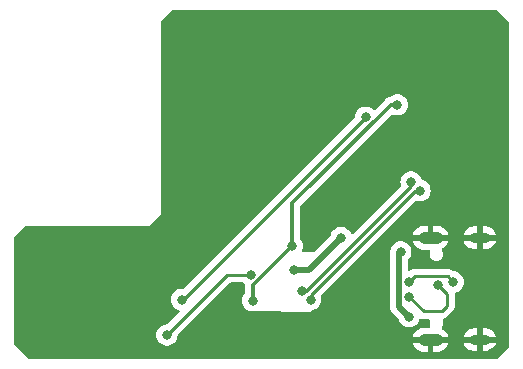
<source format=gbr>
%TF.GenerationSoftware,KiCad,Pcbnew,7.0.7*%
%TF.CreationDate,2024-04-13T16:38:44+09:00*%
%TF.ProjectId,Wi-SUN_Board,57692d53-554e-45f4-926f-6172642e6b69,0.1.2*%
%TF.SameCoordinates,Original*%
%TF.FileFunction,Copper,L2,Bot*%
%TF.FilePolarity,Positive*%
%FSLAX46Y46*%
G04 Gerber Fmt 4.6, Leading zero omitted, Abs format (unit mm)*
G04 Created by KiCad (PCBNEW 7.0.7) date 2024-04-13 16:38:44*
%MOMM*%
%LPD*%
G01*
G04 APERTURE LIST*
%TA.AperFunction,ComponentPad*%
%ADD10O,2.100000X1.050000*%
%TD*%
%TA.AperFunction,ComponentPad*%
%ADD11O,1.800000X0.900000*%
%TD*%
%TA.AperFunction,ViaPad*%
%ADD12C,0.800000*%
%TD*%
%TA.AperFunction,Conductor*%
%ADD13C,0.300000*%
%TD*%
%TA.AperFunction,Conductor*%
%ADD14C,0.250000*%
%TD*%
%TA.AperFunction,Conductor*%
%ADD15C,0.500000*%
%TD*%
G04 APERTURE END LIST*
D10*
%TO.P,J2,SH1,SHIELD*%
%TO.N,GND*%
X188320000Y-127140000D03*
%TO.P,J2,SH2,SHIELD__1*%
X188320000Y-118500000D03*
D11*
%TO.P,J2,SH3,SHIELD__2*%
X192500000Y-127140000D03*
%TO.P,J2,SH4,SHIELD__3*%
X192500000Y-118500000D03*
%TD*%
D12*
%TO.N,GND*%
X184300000Y-119900000D03*
X183000000Y-120000000D03*
X175750000Y-113500000D03*
X181750000Y-123000000D03*
X179000000Y-106500000D03*
X193500000Y-99750000D03*
X167100000Y-99800000D03*
X183500000Y-106750000D03*
X166250000Y-107050000D03*
X194500000Y-127250000D03*
X172750000Y-128250000D03*
X155900000Y-125600000D03*
X179750000Y-114250000D03*
X194500000Y-124250000D03*
X174600000Y-106400000D03*
X153800000Y-123600000D03*
X166250000Y-114850000D03*
X190100000Y-128300000D03*
X192500000Y-105250000D03*
X182200000Y-117000000D03*
X154450000Y-118100000D03*
X178000000Y-115900000D03*
X153800000Y-118900000D03*
X184250000Y-123000000D03*
X162500000Y-128250000D03*
X166250000Y-103700000D03*
X172000000Y-103000000D03*
X194500000Y-103500000D03*
X166250000Y-110600000D03*
X158400000Y-128250000D03*
X170750000Y-118500000D03*
X184250000Y-115000000D03*
X166250000Y-100700000D03*
X192500000Y-116000000D03*
X166000000Y-125000000D03*
X194500000Y-106750000D03*
X181800000Y-125700000D03*
X159900000Y-118000000D03*
X171000000Y-99750000D03*
X180100000Y-99750000D03*
X157000000Y-118000000D03*
X169250000Y-116250000D03*
X185700000Y-105400000D03*
X189400000Y-102900000D03*
X165650000Y-117400000D03*
X162200000Y-122200000D03*
X194500000Y-117250000D03*
X156100000Y-120900000D03*
X162500000Y-118000000D03*
X176000000Y-125700000D03*
X175250000Y-99750000D03*
X189500000Y-99750000D03*
X177400000Y-103100000D03*
X167400000Y-119400000D03*
X192500000Y-122750000D03*
X158200000Y-122200000D03*
X178000000Y-117500000D03*
X159500000Y-125000000D03*
X192600000Y-107900000D03*
X153800000Y-127250000D03*
X181750000Y-121500000D03*
X190750000Y-125500000D03*
X194500000Y-110100000D03*
X190500000Y-120000000D03*
X194500000Y-113500000D03*
X174250000Y-125750000D03*
X169750000Y-106500000D03*
X167200000Y-122200000D03*
X167500000Y-128250000D03*
X184500000Y-128250000D03*
X171250000Y-123000000D03*
X194500000Y-120750000D03*
X178250000Y-111000000D03*
X185000000Y-99750000D03*
X180750000Y-108500000D03*
X181750000Y-112000000D03*
X172050000Y-109600000D03*
X169500000Y-113000000D03*
X178500000Y-125000000D03*
X175750000Y-109250000D03*
X178500000Y-128250000D03*
X183200000Y-103000000D03*
X188000000Y-116000000D03*
X173250000Y-116000000D03*
X170600000Y-125700000D03*
X154750000Y-128250000D03*
X173000000Y-112250000D03*
X193500000Y-128250000D03*
X178000000Y-119250000D03*
X194500000Y-100750000D03*
%TO.N,+3.3V*%
X185500000Y-107250000D03*
X176600000Y-119200000D03*
X173250000Y-123840500D03*
%TO.N,UART_-*%
X187421232Y-114521232D03*
X178171232Y-123771232D03*
%TO.N,UART_+*%
X186678768Y-113778768D03*
X177428768Y-123028768D03*
%TO.N,+5V*%
X176750000Y-121250000D03*
X180750000Y-118500000D03*
%TO.N,USB_D+*%
X188987701Y-122487701D03*
X186494053Y-123487974D03*
%TO.N,USB_D-*%
X190250000Y-122250000D03*
X186500000Y-122250000D03*
%TO.N,Net-(U2-TNOW)*%
X173094773Y-121645273D03*
X166000000Y-126750000D03*
%TO.N,+VBUS*%
X186500000Y-125200000D03*
X185800000Y-119700000D03*
%TO.N,Net-(J1-Pad7)*%
X167250000Y-123750000D03*
X182820023Y-108320023D03*
%TD*%
D13*
%TO.N,+3.3V*%
X176600000Y-119200000D02*
X176600000Y-115600000D01*
X173250000Y-122550000D02*
X173250000Y-123840500D01*
X176600000Y-119200000D02*
X173250000Y-122550000D01*
X176600000Y-115600000D02*
X184950000Y-107250000D01*
X184950000Y-107250000D02*
X185500000Y-107250000D01*
D14*
%TO.N,UART_-*%
X178171232Y-123382322D02*
X187032322Y-114521232D01*
X178171232Y-123771232D02*
X178171232Y-123382322D01*
X187032322Y-114521232D02*
X187421232Y-114521232D01*
%TO.N,UART_+*%
X186678768Y-114167678D02*
X186678768Y-113778768D01*
X177428768Y-123028768D02*
X177817678Y-123028768D01*
X177817678Y-123028768D02*
X186678768Y-114167678D01*
D15*
%TO.N,+5V*%
X178000000Y-121250000D02*
X176750000Y-121250000D01*
X180750000Y-118500000D02*
X178000000Y-121250000D01*
D14*
%TO.N,USB_D+*%
X188987701Y-122487701D02*
X189750000Y-123250000D01*
X189750000Y-123250000D02*
X189750000Y-124250000D01*
X189250000Y-124750000D02*
X187750000Y-124750000D01*
X187750000Y-124750000D02*
X186494053Y-123494053D01*
X189750000Y-124250000D02*
X189250000Y-124750000D01*
X186494053Y-123494053D02*
X186494053Y-123487974D01*
%TO.N,USB_D-*%
X186987299Y-121762701D02*
X189762701Y-121762701D01*
X189762701Y-121762701D02*
X190250000Y-122250000D01*
X186500000Y-122250000D02*
X186987299Y-121762701D01*
X186500000Y-122250000D02*
X186525000Y-122275000D01*
%TO.N,Net-(U2-TNOW)*%
X173094773Y-121645273D02*
X171104727Y-121645273D01*
X171104727Y-121645273D02*
X166000000Y-126750000D01*
D15*
%TO.N,+VBUS*%
X186500000Y-125200000D02*
X185644053Y-124344053D01*
X185644053Y-124344053D02*
X185644053Y-119855947D01*
X185644053Y-119855947D02*
X185800000Y-119700000D01*
D14*
%TO.N,Net-(J1-Pad7)*%
X167390046Y-123750000D02*
X167250000Y-123750000D01*
X182820023Y-108320023D02*
X167390046Y-123750000D01*
%TD*%
%TA.AperFunction,Conductor*%
%TO.N,GND*%
G36*
X193965677Y-99219685D02*
G01*
X193986319Y-99236319D01*
X194963681Y-100213681D01*
X194997166Y-100275004D01*
X195000000Y-100301362D01*
X195000000Y-127698638D01*
X194980315Y-127765677D01*
X194963681Y-127786319D01*
X194036319Y-128713681D01*
X193974996Y-128747166D01*
X193948638Y-128750000D01*
X154301362Y-128750000D01*
X154234323Y-128730315D01*
X154213681Y-128713681D01*
X153086319Y-127586319D01*
X153052834Y-127524996D01*
X153050000Y-127498638D01*
X153050000Y-126750000D01*
X165094540Y-126750000D01*
X165114326Y-126938256D01*
X165114327Y-126938259D01*
X165172818Y-127118277D01*
X165172821Y-127118284D01*
X165267467Y-127282216D01*
X165373056Y-127399484D01*
X165394129Y-127422888D01*
X165547265Y-127534148D01*
X165547270Y-127534151D01*
X165720192Y-127611142D01*
X165720197Y-127611144D01*
X165905354Y-127650500D01*
X165905355Y-127650500D01*
X166094644Y-127650500D01*
X166094646Y-127650500D01*
X166279803Y-127611144D01*
X166452730Y-127534151D01*
X166605871Y-127422888D01*
X166732533Y-127282216D01*
X166827179Y-127118284D01*
X166885674Y-126938256D01*
X166903321Y-126770345D01*
X166929905Y-126705732D01*
X166938952Y-126695636D01*
X171327498Y-122307092D01*
X171388822Y-122273607D01*
X171415180Y-122270773D01*
X172391025Y-122270773D01*
X172458064Y-122290458D01*
X172483173Y-122311799D01*
X172488902Y-122318162D01*
X172548384Y-122361377D01*
X172591051Y-122416707D01*
X172599500Y-122461696D01*
X172599500Y-122489044D01*
X172597973Y-122508444D01*
X172594653Y-122529403D01*
X172599225Y-122577767D01*
X172599500Y-122583606D01*
X172599500Y-123169578D01*
X172579815Y-123236617D01*
X172567650Y-123252550D01*
X172517466Y-123308285D01*
X172422821Y-123472215D01*
X172422818Y-123472222D01*
X172364327Y-123652240D01*
X172364326Y-123652244D01*
X172344540Y-123840500D01*
X172364326Y-124028756D01*
X172364327Y-124028759D01*
X172422818Y-124208777D01*
X172422821Y-124208784D01*
X172517467Y-124372716D01*
X172581760Y-124444120D01*
X172644129Y-124513388D01*
X172797265Y-124624648D01*
X172797270Y-124624651D01*
X172970192Y-124701642D01*
X172970197Y-124701644D01*
X173155354Y-124741000D01*
X173189793Y-124741000D01*
X173219758Y-124749798D01*
X173250000Y-124749822D01*
X173250000Y-124749823D01*
X178000000Y-124753615D01*
X178255129Y-124674284D01*
X178260648Y-124672843D01*
X178265875Y-124671732D01*
X178265878Y-124671732D01*
X178451035Y-124632376D01*
X178623962Y-124555383D01*
X178777103Y-124444120D01*
X178886990Y-124322078D01*
X184888763Y-124322078D01*
X184893317Y-124374117D01*
X184893553Y-124379523D01*
X184893553Y-124387762D01*
X184897359Y-124420327D01*
X184904053Y-124496844D01*
X184905514Y-124503920D01*
X184905456Y-124503931D01*
X184907087Y-124511290D01*
X184907145Y-124511277D01*
X184908810Y-124518303D01*
X184935078Y-124590477D01*
X184959238Y-124663384D01*
X184962289Y-124669927D01*
X184962235Y-124669951D01*
X184965523Y-124676741D01*
X184965574Y-124676716D01*
X184968814Y-124683166D01*
X184968815Y-124683167D01*
X184968816Y-124683170D01*
X184985021Y-124707809D01*
X185011018Y-124747336D01*
X185051340Y-124812708D01*
X185055819Y-124818372D01*
X185055772Y-124818409D01*
X185060535Y-124824255D01*
X185060581Y-124824217D01*
X185065226Y-124829753D01*
X185121070Y-124882438D01*
X185587228Y-125348596D01*
X185617478Y-125397958D01*
X185672819Y-125568280D01*
X185672821Y-125568284D01*
X185767467Y-125732216D01*
X185870519Y-125846666D01*
X185894129Y-125872888D01*
X186047265Y-125984148D01*
X186047270Y-125984151D01*
X186220192Y-126061142D01*
X186220197Y-126061144D01*
X186405354Y-126100500D01*
X186405355Y-126100500D01*
X186594644Y-126100500D01*
X186594646Y-126100500D01*
X186779803Y-126061144D01*
X186952730Y-125984151D01*
X187105871Y-125872888D01*
X187232533Y-125732216D01*
X187327179Y-125568284D01*
X187375486Y-125419609D01*
X187414922Y-125361937D01*
X187479280Y-125334738D01*
X187524247Y-125337824D01*
X187537320Y-125341181D01*
X187555717Y-125347480D01*
X187574104Y-125355437D01*
X187615144Y-125361937D01*
X187620119Y-125362725D01*
X187625839Y-125363909D01*
X187670981Y-125375500D01*
X187691016Y-125375500D01*
X187710414Y-125377026D01*
X187730194Y-125380159D01*
X187730195Y-125380160D01*
X187730195Y-125380159D01*
X187730196Y-125380160D01*
X187776583Y-125375775D01*
X187782422Y-125375500D01*
X188150059Y-125375500D01*
X188217098Y-125395185D01*
X188262853Y-125447989D01*
X188272797Y-125517147D01*
X188264621Y-125546947D01*
X188260167Y-125557700D01*
X188259312Y-125559766D01*
X188239534Y-125709999D01*
X188239534Y-125710000D01*
X188259312Y-125860234D01*
X188259313Y-125860236D01*
X188271167Y-125888855D01*
X188293822Y-125943547D01*
X188301291Y-126013016D01*
X188270016Y-126075496D01*
X188209927Y-126111148D01*
X188179261Y-126115000D01*
X187744642Y-126115000D01*
X187594067Y-126129829D01*
X187400845Y-126188443D01*
X187222790Y-126283615D01*
X187222784Y-126283620D01*
X187066707Y-126411707D01*
X186938620Y-126567784D01*
X186938615Y-126567790D01*
X186843442Y-126745846D01*
X186799715Y-126890000D01*
X187365021Y-126890000D01*
X187432060Y-126909685D01*
X187477815Y-126962489D01*
X187487759Y-127031647D01*
X187484287Y-127047934D01*
X187466105Y-127111837D01*
X187466104Y-127111837D01*
X187476453Y-127223517D01*
X187478885Y-127232063D01*
X187478299Y-127301930D01*
X187440034Y-127360390D01*
X187376237Y-127388881D01*
X187359619Y-127390000D01*
X186799715Y-127390000D01*
X186843442Y-127534153D01*
X186938615Y-127712209D01*
X186938620Y-127712215D01*
X187066707Y-127868292D01*
X187222784Y-127996379D01*
X187222790Y-127996384D01*
X187400845Y-128091556D01*
X187594067Y-128150170D01*
X187744642Y-128165000D01*
X188070000Y-128165000D01*
X188070000Y-127564000D01*
X188089685Y-127496961D01*
X188142489Y-127451206D01*
X188194000Y-127440000D01*
X188446000Y-127440000D01*
X188513039Y-127459685D01*
X188558794Y-127512489D01*
X188570000Y-127564000D01*
X188570000Y-128165000D01*
X188895358Y-128165000D01*
X189045932Y-128150170D01*
X189239154Y-128091556D01*
X189417209Y-127996384D01*
X189417215Y-127996379D01*
X189573292Y-127868292D01*
X189701379Y-127712215D01*
X189701384Y-127712209D01*
X189796557Y-127534153D01*
X189840285Y-127390000D01*
X191129529Y-127390000D01*
X191192685Y-127560527D01*
X191192687Y-127560531D01*
X191294892Y-127724503D01*
X191428002Y-127864534D01*
X191428003Y-127864535D01*
X191586586Y-127974913D01*
X191764137Y-128051106D01*
X191953394Y-128090000D01*
X192250000Y-128090000D01*
X192250000Y-127564000D01*
X192269685Y-127496961D01*
X192322489Y-127451206D01*
X192374000Y-127440000D01*
X192626000Y-127440000D01*
X192693039Y-127459685D01*
X192738794Y-127512489D01*
X192750000Y-127564000D01*
X192750000Y-128090000D01*
X192998176Y-128090000D01*
X193142221Y-128075352D01*
X193326561Y-128017515D01*
X193326571Y-128017510D01*
X193495498Y-127923748D01*
X193495505Y-127923743D01*
X193642105Y-127797892D01*
X193760368Y-127645109D01*
X193760370Y-127645105D01*
X193845457Y-127471643D01*
X193866596Y-127390000D01*
X193304979Y-127390000D01*
X193237940Y-127370315D01*
X193192185Y-127317511D01*
X193182241Y-127248353D01*
X193185713Y-127232066D01*
X193203894Y-127168162D01*
X193203895Y-127168160D01*
X193199273Y-127118284D01*
X193193546Y-127056479D01*
X193193544Y-127056475D01*
X193191115Y-127047937D01*
X193191701Y-126978070D01*
X193229966Y-126919610D01*
X193293763Y-126891119D01*
X193310381Y-126890000D01*
X193870471Y-126890000D01*
X193807314Y-126719472D01*
X193807312Y-126719468D01*
X193705107Y-126555496D01*
X193571997Y-126415465D01*
X193571996Y-126415464D01*
X193413413Y-126305086D01*
X193235862Y-126228893D01*
X193046606Y-126190000D01*
X192750000Y-126190000D01*
X192750000Y-126716000D01*
X192730315Y-126783039D01*
X192677511Y-126828794D01*
X192626000Y-126840000D01*
X192374000Y-126840000D01*
X192306961Y-126820315D01*
X192261206Y-126767511D01*
X192250000Y-126716000D01*
X192250000Y-126190000D01*
X192001824Y-126190000D01*
X191857778Y-126204647D01*
X191673438Y-126262484D01*
X191673428Y-126262489D01*
X191504501Y-126356251D01*
X191504494Y-126356256D01*
X191357894Y-126482107D01*
X191239631Y-126634890D01*
X191239629Y-126634894D01*
X191154542Y-126808356D01*
X191133404Y-126890000D01*
X191695021Y-126890000D01*
X191762060Y-126909685D01*
X191807815Y-126962489D01*
X191817759Y-127031647D01*
X191814287Y-127047934D01*
X191796105Y-127111837D01*
X191796104Y-127111837D01*
X191806453Y-127223517D01*
X191808885Y-127232063D01*
X191808299Y-127301930D01*
X191770034Y-127360390D01*
X191706237Y-127388881D01*
X191689619Y-127390000D01*
X191129529Y-127390000D01*
X189840285Y-127390000D01*
X189274979Y-127390000D01*
X189207940Y-127370315D01*
X189162185Y-127317511D01*
X189152241Y-127248353D01*
X189155713Y-127232066D01*
X189173894Y-127168162D01*
X189173895Y-127168160D01*
X189169273Y-127118284D01*
X189163546Y-127056479D01*
X189163544Y-127056475D01*
X189161115Y-127047937D01*
X189161701Y-126978070D01*
X189199966Y-126919610D01*
X189263763Y-126891119D01*
X189280381Y-126890000D01*
X189840285Y-126890000D01*
X189796557Y-126745846D01*
X189701384Y-126567790D01*
X189701379Y-126567784D01*
X189573292Y-126411707D01*
X189417215Y-126283620D01*
X189417212Y-126283618D01*
X189324877Y-126234263D01*
X189275033Y-126185300D01*
X189259573Y-126117162D01*
X189283405Y-126051483D01*
X189284884Y-126049512D01*
X189322698Y-126000233D01*
X189380687Y-125860236D01*
X189400466Y-125710000D01*
X189380687Y-125559764D01*
X189361717Y-125513968D01*
X189354249Y-125444501D01*
X189385524Y-125382021D01*
X189430630Y-125351225D01*
X189450122Y-125343507D01*
X189455647Y-125341617D01*
X189474302Y-125336197D01*
X189500390Y-125328618D01*
X189517629Y-125318422D01*
X189535103Y-125309862D01*
X189553727Y-125302488D01*
X189553727Y-125302487D01*
X189553732Y-125302486D01*
X189591449Y-125275082D01*
X189596305Y-125271892D01*
X189636420Y-125248170D01*
X189650589Y-125233999D01*
X189665379Y-125221368D01*
X189681587Y-125209594D01*
X189711299Y-125173676D01*
X189715212Y-125169376D01*
X190133786Y-124750802D01*
X190146048Y-124740980D01*
X190145865Y-124740759D01*
X190151867Y-124735792D01*
X190151877Y-124735786D01*
X190199241Y-124685348D01*
X190220120Y-124664470D01*
X190224370Y-124658989D01*
X190228151Y-124654561D01*
X190260062Y-124620582D01*
X190269713Y-124603024D01*
X190280396Y-124586761D01*
X190292673Y-124570936D01*
X190311183Y-124528158D01*
X190313743Y-124522932D01*
X190336197Y-124482092D01*
X190341178Y-124462687D01*
X190347482Y-124444279D01*
X190347551Y-124444120D01*
X190355438Y-124425895D01*
X190362729Y-124379853D01*
X190363908Y-124374162D01*
X190375500Y-124329019D01*
X190375500Y-124308974D01*
X190377025Y-124289591D01*
X190380160Y-124269804D01*
X190375775Y-124223415D01*
X190375500Y-124217577D01*
X190375500Y-123332742D01*
X190377224Y-123317122D01*
X190376939Y-123317095D01*
X190377671Y-123309340D01*
X190377673Y-123309333D01*
X190375752Y-123248206D01*
X190393321Y-123180583D01*
X190444662Y-123133192D01*
X190473902Y-123123025D01*
X190529803Y-123111144D01*
X190529807Y-123111142D01*
X190529808Y-123111142D01*
X190606241Y-123077111D01*
X190702730Y-123034151D01*
X190855871Y-122922888D01*
X190982533Y-122782216D01*
X191077179Y-122618284D01*
X191135674Y-122438256D01*
X191155460Y-122250000D01*
X191135674Y-122061744D01*
X191077179Y-121881716D01*
X190982533Y-121717784D01*
X190855871Y-121577112D01*
X190855870Y-121577111D01*
X190702734Y-121465851D01*
X190702729Y-121465848D01*
X190529807Y-121388857D01*
X190529802Y-121388855D01*
X190384000Y-121357865D01*
X190344646Y-121349500D01*
X190344645Y-121349500D01*
X190285523Y-121349500D01*
X190218484Y-121329815D01*
X190200632Y-121315884D01*
X190198065Y-121313474D01*
X190187698Y-121303107D01*
X190177177Y-121292585D01*
X190171687Y-121288326D01*
X190167262Y-121284548D01*
X190133283Y-121252639D01*
X190133281Y-121252637D01*
X190133278Y-121252636D01*
X190115730Y-121242989D01*
X190099464Y-121232305D01*
X190083634Y-121220026D01*
X190040869Y-121201519D01*
X190035623Y-121198949D01*
X189994794Y-121176504D01*
X189994793Y-121176503D01*
X189975394Y-121171523D01*
X189956982Y-121165219D01*
X189938599Y-121157263D01*
X189938593Y-121157261D01*
X189892575Y-121149973D01*
X189886853Y-121148788D01*
X189841722Y-121137201D01*
X189841720Y-121137201D01*
X189821685Y-121137201D01*
X189802287Y-121135674D01*
X189794863Y-121134498D01*
X189782506Y-121132541D01*
X189782505Y-121132541D01*
X189736117Y-121136926D01*
X189730279Y-121137201D01*
X187070042Y-121137201D01*
X187054421Y-121135476D01*
X187054395Y-121135762D01*
X187046633Y-121135028D01*
X187046632Y-121135028D01*
X186977485Y-121137201D01*
X186947948Y-121137201D01*
X186941065Y-121138070D01*
X186935248Y-121138527D01*
X186888672Y-121139991D01*
X186869428Y-121145582D01*
X186850378Y-121149526D01*
X186830510Y-121152035D01*
X186787183Y-121169189D01*
X186781657Y-121171080D01*
X186736913Y-121184080D01*
X186736909Y-121184082D01*
X186719665Y-121194280D01*
X186702204Y-121202834D01*
X186683573Y-121210211D01*
X186683561Y-121210218D01*
X186645869Y-121237603D01*
X186640986Y-121240810D01*
X186600877Y-121264531D01*
X186594716Y-121269311D01*
X186592657Y-121266657D01*
X186544538Y-121292741D01*
X186474862Y-121287542D01*
X186419058Y-121245499D01*
X186394842Y-121179959D01*
X186394553Y-121171494D01*
X186394553Y-120808092D01*
X186394553Y-120433052D01*
X186414236Y-120366017D01*
X186426393Y-120350095D01*
X186532533Y-120232216D01*
X186627179Y-120068284D01*
X186685674Y-119888256D01*
X186705460Y-119700000D01*
X186685674Y-119511744D01*
X186627179Y-119331716D01*
X186532533Y-119167784D01*
X186405871Y-119027112D01*
X186384715Y-119011741D01*
X186252734Y-118915851D01*
X186252729Y-118915848D01*
X186079807Y-118838857D01*
X186079802Y-118838855D01*
X185934001Y-118807865D01*
X185894646Y-118799500D01*
X185705354Y-118799500D01*
X185672897Y-118806398D01*
X185520197Y-118838855D01*
X185520192Y-118838857D01*
X185347270Y-118915848D01*
X185347265Y-118915851D01*
X185194129Y-119027111D01*
X185067466Y-119167785D01*
X184972821Y-119331715D01*
X184972818Y-119331722D01*
X184933882Y-119451556D01*
X184914326Y-119511744D01*
X184896904Y-119677511D01*
X184894540Y-119700002D01*
X184894540Y-119700003D01*
X184896996Y-119723380D01*
X184894336Y-119764918D01*
X184893553Y-119768222D01*
X184892714Y-119775402D01*
X184892654Y-119775395D01*
X184891888Y-119782892D01*
X184891948Y-119782898D01*
X184891318Y-119790087D01*
X184893553Y-119866863D01*
X184893553Y-124280347D01*
X184892244Y-124298316D01*
X184888763Y-124322078D01*
X178886990Y-124322078D01*
X178903765Y-124303448D01*
X178998411Y-124139516D01*
X179056906Y-123959488D01*
X179076692Y-123771232D01*
X179056906Y-123582976D01*
X179030912Y-123502977D01*
X179028918Y-123433137D01*
X179061161Y-123376981D01*
X183688142Y-118750000D01*
X186799715Y-118750000D01*
X186843442Y-118894153D01*
X186938615Y-119072209D01*
X186938620Y-119072215D01*
X187066707Y-119228292D01*
X187222784Y-119356379D01*
X187222790Y-119356384D01*
X187400845Y-119451556D01*
X187594067Y-119510170D01*
X187744642Y-119525000D01*
X188179261Y-119525000D01*
X188246300Y-119544685D01*
X188292055Y-119597489D01*
X188301999Y-119666647D01*
X188293822Y-119696451D01*
X188286686Y-119713681D01*
X188259313Y-119779763D01*
X188259312Y-119779765D01*
X188239534Y-119929999D01*
X188239534Y-119930000D01*
X188259312Y-120080234D01*
X188259313Y-120080236D01*
X188317302Y-120220233D01*
X188409549Y-120340451D01*
X188529767Y-120432698D01*
X188669764Y-120490687D01*
X188782280Y-120505500D01*
X188782287Y-120505500D01*
X188857713Y-120505500D01*
X188857720Y-120505500D01*
X188970236Y-120490687D01*
X189110233Y-120432698D01*
X189230451Y-120340451D01*
X189322698Y-120220233D01*
X189380687Y-120080236D01*
X189400466Y-119930000D01*
X189380687Y-119779764D01*
X189322698Y-119639767D01*
X189322697Y-119639765D01*
X189284956Y-119590581D01*
X189259761Y-119525412D01*
X189273799Y-119456967D01*
X189322613Y-119406977D01*
X189324878Y-119405736D01*
X189417209Y-119356383D01*
X189417215Y-119356379D01*
X189573292Y-119228292D01*
X189701379Y-119072215D01*
X189701384Y-119072209D01*
X189796557Y-118894153D01*
X189840285Y-118750000D01*
X191129529Y-118750000D01*
X191192685Y-118920527D01*
X191192687Y-118920531D01*
X191294892Y-119084503D01*
X191428002Y-119224534D01*
X191428003Y-119224535D01*
X191586586Y-119334913D01*
X191764137Y-119411106D01*
X191953394Y-119450000D01*
X192250000Y-119450000D01*
X192250000Y-118924000D01*
X192269685Y-118856961D01*
X192322489Y-118811206D01*
X192374000Y-118800000D01*
X192626000Y-118800000D01*
X192693039Y-118819685D01*
X192738794Y-118872489D01*
X192750000Y-118924000D01*
X192750000Y-119450000D01*
X192998176Y-119450000D01*
X193142221Y-119435352D01*
X193326561Y-119377515D01*
X193326571Y-119377510D01*
X193495498Y-119283748D01*
X193495505Y-119283743D01*
X193642105Y-119157892D01*
X193760368Y-119005109D01*
X193760370Y-119005105D01*
X193845457Y-118831643D01*
X193866596Y-118750000D01*
X193304979Y-118750000D01*
X193237940Y-118730315D01*
X193192185Y-118677511D01*
X193182241Y-118608353D01*
X193185713Y-118592066D01*
X193197949Y-118549058D01*
X193203895Y-118528160D01*
X193193546Y-118416479D01*
X193193544Y-118416475D01*
X193191115Y-118407937D01*
X193191701Y-118338070D01*
X193229966Y-118279610D01*
X193293763Y-118251119D01*
X193310381Y-118250000D01*
X193870471Y-118250000D01*
X193807314Y-118079472D01*
X193807312Y-118079468D01*
X193705107Y-117915496D01*
X193571997Y-117775465D01*
X193571996Y-117775464D01*
X193413413Y-117665086D01*
X193235862Y-117588893D01*
X193046606Y-117550000D01*
X192750000Y-117550000D01*
X192750000Y-118076000D01*
X192730315Y-118143039D01*
X192677511Y-118188794D01*
X192626000Y-118200000D01*
X192374000Y-118200000D01*
X192306961Y-118180315D01*
X192261206Y-118127511D01*
X192250000Y-118076000D01*
X192250000Y-117550000D01*
X192001824Y-117550000D01*
X191857778Y-117564647D01*
X191673438Y-117622484D01*
X191673428Y-117622489D01*
X191504501Y-117716251D01*
X191504494Y-117716256D01*
X191357894Y-117842107D01*
X191239631Y-117994890D01*
X191239629Y-117994894D01*
X191154542Y-118168356D01*
X191133404Y-118250000D01*
X191695021Y-118250000D01*
X191762060Y-118269685D01*
X191807815Y-118322489D01*
X191817759Y-118391647D01*
X191814287Y-118407934D01*
X191796105Y-118471837D01*
X191796104Y-118471837D01*
X191806453Y-118583517D01*
X191808885Y-118592063D01*
X191808299Y-118661930D01*
X191770034Y-118720390D01*
X191706237Y-118748881D01*
X191689619Y-118750000D01*
X191129529Y-118750000D01*
X189840285Y-118750000D01*
X189274979Y-118750000D01*
X189207940Y-118730315D01*
X189162185Y-118677511D01*
X189152241Y-118608353D01*
X189155713Y-118592066D01*
X189167949Y-118549058D01*
X189173895Y-118528160D01*
X189163546Y-118416479D01*
X189163544Y-118416475D01*
X189161115Y-118407937D01*
X189161701Y-118338070D01*
X189199966Y-118279610D01*
X189263763Y-118251119D01*
X189280381Y-118250000D01*
X189840285Y-118250000D01*
X189796557Y-118105846D01*
X189701384Y-117927790D01*
X189701379Y-117927784D01*
X189573292Y-117771707D01*
X189417215Y-117643620D01*
X189417209Y-117643615D01*
X189239154Y-117548443D01*
X189045932Y-117489829D01*
X188895358Y-117475000D01*
X188570000Y-117475000D01*
X188570000Y-118076000D01*
X188550315Y-118143039D01*
X188497511Y-118188794D01*
X188446000Y-118200000D01*
X188194000Y-118200000D01*
X188126961Y-118180315D01*
X188081206Y-118127511D01*
X188070000Y-118076000D01*
X188070000Y-117475000D01*
X187744642Y-117475000D01*
X187594067Y-117489829D01*
X187400845Y-117548443D01*
X187222790Y-117643615D01*
X187222784Y-117643620D01*
X187066707Y-117771707D01*
X186938620Y-117927784D01*
X186938615Y-117927790D01*
X186843442Y-118105846D01*
X186799715Y-118250000D01*
X187365021Y-118250000D01*
X187432060Y-118269685D01*
X187477815Y-118322489D01*
X187487759Y-118391647D01*
X187484287Y-118407934D01*
X187466105Y-118471837D01*
X187466104Y-118471837D01*
X187476453Y-118583517D01*
X187478885Y-118592063D01*
X187478299Y-118661930D01*
X187440034Y-118720390D01*
X187376237Y-118748881D01*
X187359619Y-118750000D01*
X186799715Y-118750000D01*
X183688142Y-118750000D01*
X187023178Y-115414964D01*
X187084499Y-115381481D01*
X187136638Y-115381357D01*
X187141426Y-115382374D01*
X187141429Y-115382376D01*
X187326586Y-115421732D01*
X187326587Y-115421732D01*
X187515876Y-115421732D01*
X187515878Y-115421732D01*
X187701035Y-115382376D01*
X187873962Y-115305383D01*
X188027103Y-115194120D01*
X188153765Y-115053448D01*
X188248411Y-114889516D01*
X188306906Y-114709488D01*
X188326692Y-114521232D01*
X188306906Y-114332976D01*
X188248411Y-114152948D01*
X188153765Y-113989016D01*
X188027103Y-113848344D01*
X187991079Y-113822171D01*
X187873966Y-113737083D01*
X187873961Y-113737080D01*
X187701039Y-113660089D01*
X187701034Y-113660087D01*
X187648618Y-113648946D01*
X187587136Y-113615753D01*
X187556469Y-113565975D01*
X187505947Y-113410484D01*
X187411301Y-113246552D01*
X187284639Y-113105880D01*
X187284638Y-113105879D01*
X187131502Y-112994619D01*
X187131497Y-112994616D01*
X186958575Y-112917625D01*
X186958570Y-112917623D01*
X186812768Y-112886633D01*
X186773414Y-112878268D01*
X186584122Y-112878268D01*
X186551665Y-112885166D01*
X186398965Y-112917623D01*
X186398960Y-112917625D01*
X186226038Y-112994616D01*
X186226033Y-112994619D01*
X186072897Y-113105879D01*
X185946234Y-113246553D01*
X185851589Y-113410483D01*
X185851586Y-113410490D01*
X185801067Y-113565973D01*
X185793094Y-113590512D01*
X185777689Y-113737081D01*
X185773308Y-113778768D01*
X185793094Y-113967024D01*
X185793095Y-113967027D01*
X185819086Y-114047019D01*
X185821081Y-114116860D01*
X185788836Y-114173018D01*
X181782297Y-118179557D01*
X181720974Y-118213042D01*
X181651282Y-118208058D01*
X181595349Y-118166186D01*
X181580417Y-118137394D01*
X181579825Y-118137659D01*
X181577180Y-118131719D01*
X181577179Y-118131716D01*
X181482533Y-117967784D01*
X181355871Y-117827112D01*
X181284785Y-117775465D01*
X181202734Y-117715851D01*
X181202729Y-117715848D01*
X181029807Y-117638857D01*
X181029802Y-117638855D01*
X180884001Y-117607865D01*
X180844646Y-117599500D01*
X180655354Y-117599500D01*
X180622897Y-117606398D01*
X180470197Y-117638855D01*
X180470192Y-117638857D01*
X180297270Y-117715848D01*
X180297265Y-117715851D01*
X180144129Y-117827111D01*
X180017466Y-117967785D01*
X179922821Y-118131715D01*
X179922819Y-118131719D01*
X179867479Y-118302039D01*
X179837229Y-118351401D01*
X178474951Y-119713681D01*
X178413628Y-119747166D01*
X178387270Y-119750000D01*
X177537039Y-119750000D01*
X177470000Y-119730315D01*
X177424245Y-119677511D01*
X177414301Y-119608353D01*
X177425906Y-119574823D01*
X177424538Y-119574214D01*
X177427174Y-119568292D01*
X177427179Y-119568284D01*
X177485674Y-119388256D01*
X177505460Y-119200000D01*
X177485674Y-119011744D01*
X177427179Y-118831716D01*
X177332533Y-118667784D01*
X177282350Y-118612050D01*
X177252120Y-118549058D01*
X177250500Y-118529078D01*
X177250500Y-115920806D01*
X177270185Y-115853767D01*
X177286814Y-115833130D01*
X185013665Y-108106279D01*
X185074986Y-108072796D01*
X185144678Y-108077780D01*
X185151780Y-108080683D01*
X185220192Y-108111142D01*
X185220197Y-108111144D01*
X185405354Y-108150500D01*
X185405355Y-108150500D01*
X185594644Y-108150500D01*
X185594646Y-108150500D01*
X185779803Y-108111144D01*
X185952730Y-108034151D01*
X186105871Y-107922888D01*
X186232533Y-107782216D01*
X186327179Y-107618284D01*
X186385674Y-107438256D01*
X186405460Y-107250000D01*
X186385674Y-107061744D01*
X186327179Y-106881716D01*
X186232533Y-106717784D01*
X186105871Y-106577112D01*
X186105870Y-106577111D01*
X185952734Y-106465851D01*
X185952729Y-106465848D01*
X185779807Y-106388857D01*
X185779802Y-106388855D01*
X185634000Y-106357865D01*
X185594646Y-106349500D01*
X185405354Y-106349500D01*
X185372897Y-106356398D01*
X185220197Y-106388855D01*
X185220192Y-106388857D01*
X185047270Y-106465848D01*
X185047265Y-106465851D01*
X184888872Y-106580931D01*
X184888078Y-106579838D01*
X184847630Y-106602344D01*
X184827052Y-106608322D01*
X184808008Y-106612266D01*
X184786947Y-106614927D01*
X184786939Y-106614929D01*
X184741775Y-106632811D01*
X184736247Y-106634703D01*
X184689602Y-106648255D01*
X184671332Y-106659060D01*
X184653863Y-106667618D01*
X184634128Y-106675432D01*
X184634126Y-106675433D01*
X184594839Y-106703977D01*
X184589956Y-106707184D01*
X184548132Y-106731919D01*
X184533126Y-106746926D01*
X184518336Y-106759558D01*
X184501167Y-106772032D01*
X184501165Y-106772034D01*
X184470194Y-106809470D01*
X184466262Y-106813791D01*
X183616378Y-107663674D01*
X183555055Y-107697159D01*
X183485363Y-107692175D01*
X183436548Y-107658966D01*
X183425900Y-107647140D01*
X183425892Y-107647133D01*
X183272757Y-107535874D01*
X183272752Y-107535871D01*
X183099830Y-107458880D01*
X183099825Y-107458878D01*
X182954023Y-107427888D01*
X182914669Y-107419523D01*
X182725377Y-107419523D01*
X182692920Y-107426421D01*
X182540220Y-107458878D01*
X182540215Y-107458880D01*
X182367293Y-107535871D01*
X182367288Y-107535874D01*
X182214152Y-107647134D01*
X182087489Y-107787808D01*
X181992844Y-107951738D01*
X181992841Y-107951745D01*
X181934350Y-108131763D01*
X181934349Y-108131767D01*
X181926428Y-108207128D01*
X181916701Y-108299674D01*
X181890116Y-108364289D01*
X181881061Y-108374393D01*
X167441945Y-122813508D01*
X167380622Y-122846993D01*
X167351145Y-122848612D01*
X167351145Y-122849500D01*
X167344646Y-122849500D01*
X167155354Y-122849500D01*
X167124877Y-122855978D01*
X166970197Y-122888855D01*
X166970192Y-122888857D01*
X166797270Y-122965848D01*
X166797265Y-122965851D01*
X166644129Y-123077111D01*
X166517466Y-123217785D01*
X166422821Y-123381715D01*
X166422818Y-123381722D01*
X166364327Y-123561740D01*
X166364326Y-123561744D01*
X166344540Y-123750000D01*
X166364326Y-123938256D01*
X166364327Y-123938259D01*
X166422818Y-124118277D01*
X166422821Y-124118284D01*
X166517467Y-124282216D01*
X166641823Y-124420327D01*
X166644129Y-124422888D01*
X166797265Y-124534148D01*
X166797270Y-124534151D01*
X166970192Y-124611142D01*
X166970197Y-124611144D01*
X166981078Y-124613456D01*
X167042560Y-124646647D01*
X167076338Y-124707809D01*
X167071687Y-124777524D01*
X167042980Y-124822428D01*
X166052228Y-125813181D01*
X165990905Y-125846666D01*
X165964547Y-125849500D01*
X165905354Y-125849500D01*
X165872897Y-125856398D01*
X165720197Y-125888855D01*
X165720192Y-125888857D01*
X165547270Y-125965848D01*
X165547265Y-125965851D01*
X165394129Y-126077111D01*
X165267466Y-126217785D01*
X165172821Y-126381715D01*
X165172818Y-126381722D01*
X165116356Y-126555496D01*
X165114326Y-126561744D01*
X165094540Y-126750000D01*
X153050000Y-126750000D01*
X153050000Y-118501362D01*
X153069685Y-118434323D01*
X153086319Y-118413681D01*
X153963681Y-117536319D01*
X154025004Y-117502834D01*
X154051362Y-117500000D01*
X164500000Y-117500000D01*
X165500000Y-116500000D01*
X165500000Y-100208137D01*
X165519685Y-100141098D01*
X165539890Y-100117024D01*
X166204783Y-99503276D01*
X166497709Y-99232884D01*
X166560322Y-99201877D01*
X166581816Y-99200000D01*
X193898638Y-99200000D01*
X193965677Y-99219685D01*
G37*
%TD.AperFunction*%
%TD*%
M02*

</source>
